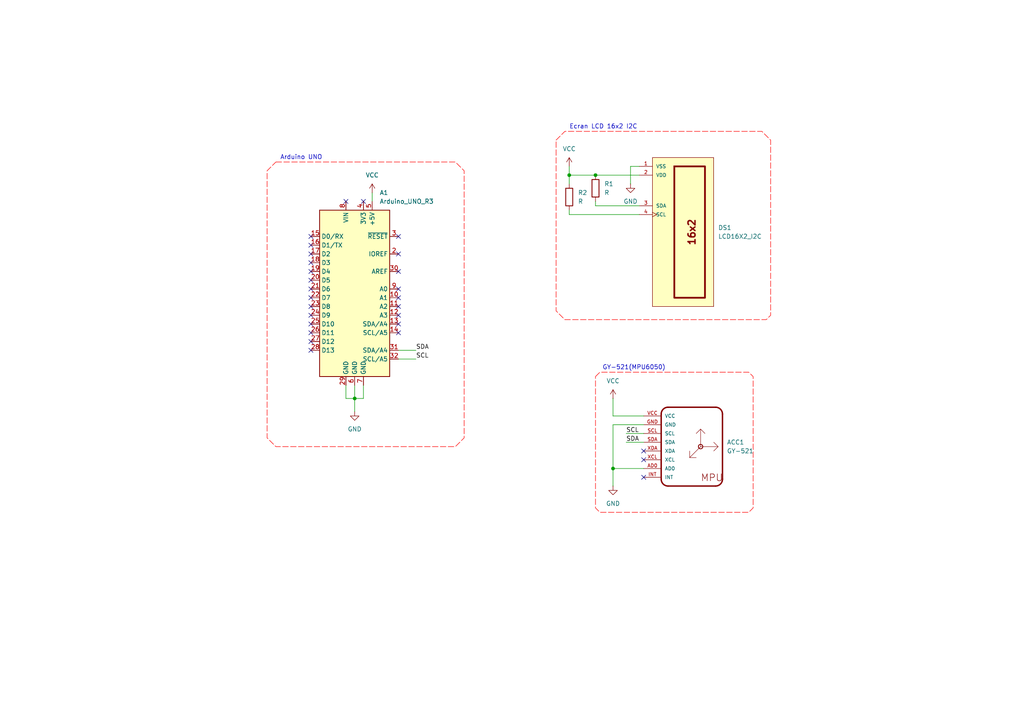
<source format=kicad_sch>
(kicad_sch (version 20250114) (generator "eeschema") (generator_version "9.0")
  (paper "A4")
  (title_block (title "Gyroscope & Accéléromètre") (date "06/06/2025") (company "UCAO-TECH") (comment 1 "Circuit électronique du test1 input") (comment 2 "TRC-2025"))
  (lib_symbols
    (symbol "Device:R" (pin_numbers (hide yes)) (pin_names (offset 0))
      (property "Reference" "R" (at 2.032 0 90))
      (property "Value" "R" (at 0 0 90))
      (symbol "R_0_1"
        (rectangle (start -1.016 -2.54) (end 1.016 2.54) (stroke (width 0.254)))
      )
      (symbol "R_1_1"
        (pin passive line (at 0 3.81 270) (length 1.27) (name "~") (number "1"))
        (pin passive line (at 0 -3.81 90) (length 1.27) (name "~") (number "2"))
      )
    )
    (symbol "GY-521:GY-521" (pin_names (offset 1.016))
      (property "Reference" "ACC" (at -9.652 11.938 0))
      (property "Value" "GY-521" (at 4.572 -11.938 0))
      (symbol "GY-521_0_0"
        (polyline (pts (xy -11.43 -9.43) (xy -11.43 9.43)) (stroke (width 0.4064)))
        (polyline (pts (xy -9.43 11.43) (xy 4.35 11.43)) (stroke (width 0.4064)))
        (arc (start -11.43 9.43) (mid -10.8442 10.8442) (end -9.43 11.43) (stroke (width 0.4064)))
        (arc (start -9.43 -11.43) (mid -10.8442 -10.8442) (end -11.43 -9.43) (stroke (width 0.4064)))
        (polyline (pts (xy -3.175 -3.175) (xy -3.175 -1.27)) (stroke (width 0.127)))
        (polyline (pts (xy -3.175 -3.175) (xy -1.27 -3.175)) (stroke (width 0.127)))
        (polyline (pts (xy 0 5.08) (xy -1.27 3.81)) (stroke (width 0.127)))
        (polyline (pts (xy 0 0) (xy -3.175 -3.175)) (stroke (width 0.127)))
        (polyline (pts (xy 0 0) (xy 0 5.08)) (stroke (width 0.127)))
        (polyline (pts (xy 0 0) (xy 5.08 0)) (stroke (width 0.127)))
        (circle (center 0 0) (radius 0.635) (stroke (width 0.254)))
        (polyline (pts (xy 1.27 3.81) (xy 0 5.08)) (stroke (width 0.127)))
        (polyline (pts (xy 3.81 1.27) (xy 5.08 0)) (stroke (width 0.127)))
        (arc (start 4.35 11.43) (mid 5.7642 10.8442) (end 6.35 9.43) (stroke (width 0.4064)))
        (arc (start 6.35 -9.43) (mid 5.7642 -10.8442) (end 4.35 -11.43) (stroke (width 0.4064)))
        (polyline (pts (xy 4.35 -11.43) (xy -9.43 -11.43)) (stroke (width 0.4064)))
        (polyline (pts (xy 5.08 0) (xy 3.81 -1.27)) (stroke (width 0.127)))
        (polyline (pts (xy 6.35 9.43) (xy 6.35 -9.43)) (stroke (width 0.4064)))
        (text "MPU" (at 0 -10.16 0) (effects (font (size 2 2)) (justify left bottom)))
        (pin power_in line (at -16.51 8.89 0) (length 5.08) (name "VCC") (number "VCC"))
        (pin power_in line (at -16.51 6.35 0) (length 5.08) (name "GND") (number "GND"))
        (pin bidirectional line (at -16.51 3.81 0) (length 5.08) (name "SCL") (number "SCL"))
        (pin bidirectional line (at -16.51 1.27 0) (length 5.08) (name "SDA") (number "SDA"))
        (pin bidirectional line (at -16.51 -1.27 0) (length 5.08) (name "XDA") (number "XDA"))
        (pin bidirectional line (at -16.51 -3.81 0) (length 5.08) (name "XCL") (number "XCL"))
        (pin bidirectional line (at -16.51 -6.35 0) (length 5.08) (name "AD0") (number "AD0"))
        (pin bidirectional line (at -16.51 -8.89 0) (length 5.08) (name "INT") (number "INT"))
      )
    )
    (symbol "MCU_Module:Arduino_UNO_R3"
      (property "Reference" "A" (at -10.16 23.495 0))
      (property "Value" "Arduino_UNO_R3" (at 5.08 -26.67 0))
      (symbol "Arduino_UNO_R3_0_1"
        (rectangle (start -10.16 22.86) (end 10.16 -25.4) (stroke (width 0.254)) (fill (type background)))
      )
      (symbol "Arduino_UNO_R3_1_1"
        (pin bidirectional line (at -12.7 15.24 0) (length 2.54) (name "D0/RX") (number "15"))
        (pin bidirectional line (at -12.7 12.7 0) (length 2.54) (name "D1/TX") (number "16"))
        (pin bidirectional line (at -12.7 10.16 0) (length 2.54) (name "D2") (number "17"))
        (pin bidirectional line (at -12.7 7.62 0) (length 2.54) (name "D3") (number "18"))
        (pin bidirectional line (at -12.7 5.08 0) (length 2.54) (name "D4") (number "19"))
        (pin bidirectional line (at -12.7 2.54 0) (length 2.54) (name "D5") (number "20"))
        (pin bidirectional line (at -12.7 0 0) (length 2.54) (name "D6") (number "21"))
        (pin bidirectional line (at -12.7 -2.54 0) (length 2.54) (name "D7") (number "22"))
        (pin bidirectional line (at -12.7 -5.08 0) (length 2.54) (name "D8") (number "23"))
        (pin bidirectional line (at -12.7 -7.62 0) (length 2.54) (name "D9") (number "24"))
        (pin bidirectional line (at -12.7 -10.16 0) (length 2.54) (name "D10") (number "25"))
        (pin bidirectional line (at -12.7 -12.7 0) (length 2.54) (name "D11") (number "26"))
        (pin bidirectional line (at -12.7 -15.24 0) (length 2.54) (name "D12") (number "27"))
        (pin bidirectional line (at -12.7 -17.78 0) (length 2.54) (name "D13") (number "28"))
        (pin no_connect line (at -10.16 -20.32 0) (length 2.54) (hide yes) (name "NC") (number "1"))
        (pin power_in line (at -2.54 25.4 270) (length 2.54) (name "VIN") (number "8"))
        (pin power_in line (at -2.54 -27.94 90) (length 2.54) (name "GND") (number "29"))
        (pin power_in line (at 0 -27.94 90) (length 2.54) (name "GND") (number "6"))
        (pin power_out line (at 2.54 25.4 270) (length 2.54) (name "3V3") (number "4"))
        (pin power_in line (at 2.54 -27.94 90) (length 2.54) (name "GND") (number "7"))
        (pin power_out line (at 5.08 25.4 270) (length 2.54) (name "+5V") (number "5"))
        (pin input line (at 12.7 15.24 180) (length 2.54) (name "~{RESET}") (number "3"))
        (pin output line (at 12.7 10.16 180) (length 2.54) (name "IOREF") (number "2"))
        (pin input line (at 12.7 5.08 180) (length 2.54) (name "AREF") (number "30"))
        (pin bidirectional line (at 12.7 0 180) (length 2.54) (name "A0") (number "9"))
        (pin bidirectional line (at 12.7 -2.54 180) (length 2.54) (name "A1") (number "10"))
        (pin bidirectional line (at 12.7 -5.08 180) (length 2.54) (name "A2") (number "11"))
        (pin bidirectional line (at 12.7 -7.62 180) (length 2.54) (name "A3") (number "12"))
        (pin bidirectional line (at 12.7 -10.16 180) (length 2.54) (name "SDA/A4") (number "13"))
        (pin bidirectional line (at 12.7 -12.7 180) (length 2.54) (name "SCL/A5") (number "14"))
        (pin bidirectional line (at 12.7 -17.78 180) (length 2.54) (name "SDA/A4") (number "31"))
        (pin bidirectional line (at 12.7 -20.32 180) (length 2.54) (name "SCL/A5") (number "32"))
      )
    )
    (symbol "lcd16x2_i2c:LCD16X2_I2C" (pin_names (offset 1.016))
      (property "Reference" "DS" (at -20.32 10.16 0))
      (property "Value" "LCD16X2_I2C" (at 17.78 10.16 0))
      (symbol "LCD16X2_I2C_0_0"
        (text "16x2" (at 0 2.54 0) (effects (font (size 2.032 2.032) (bold yes))))
      )
      (symbol "LCD16X2_I2C_0_1"
        (rectangle (start -21.59 8.89) (end 21.59 -8.89) (fill (type background)))
        (rectangle (start -19.05 6.35) (end 19.05 -2.54) (stroke (width 0.508)))
      )
      (symbol "LCD16X2_I2C_1_1"
        (pin power_in line (at -19.05 -12.7 90) (length 3.81) (name "VSS") (number "1"))
        (pin power_in line (at -16.51 -12.7 90) (length 3.81) (name "VDD") (number "2"))
        (pin bidirectional line (at -7.62 -12.7 90) (length 3.81) (name "SDA") (number "3"))
        (pin input clock (at -5.08 -12.7 90) (length 3.81) (name "SCL") (number "4"))
      )
    )
    (symbol "power:GND" (power) (pin_numbers (hide yes)) (pin_names (offset 0) (hide yes))
      (property "Value" "GND" (at 0 -3.81 0))
      (symbol "GND_0_1"
        (polyline (pts (xy 0 0) (xy 0 -1.27) (xy 1.27 -1.27) (xy 0 -2.54) (xy -1.27 -1.27) (xy 0 -1.27)))
      )
      (symbol "GND_1_1"
        (pin power_in line (at 0 0 270) (length 0) (name "~") (number "1"))
      )
    )
    (symbol "power:VCC" (power) (pin_numbers (hide yes)) (pin_names (offset 0) (hide yes))
      (property "Value" "VCC" (at 0 3.556 0))
      (symbol "VCC_0_1"
        (polyline (pts (xy -0.762 1.27) (xy 0 2.54)))
        (polyline (pts (xy 0 2.54) (xy 0.762 1.27)))
        (polyline (pts (xy 0 0) (xy 0 2.54)))
      )
      (symbol "VCC_1_1"
        (pin power_in line (at 0 0 90) (length 0) (name "~") (number "1"))
      )
    )
  )
  (text "GY-521(MPU6050)" (at 183.896 106.68 0) (effects (font (size 1.27 1.27))))
  (text "Arduino UNO" (at 87.376 45.72 0) (effects (font (size 1.27 1.27))))
  (text "Ecran LCD 16x2 I2C" (at 175.006 36.83 0) (effects (font (size 1.27 1.27))))
  (junction (at 165.1 50.8))
  (junction (at 172.72 50.8))
  (junction (at 102.87 115.57))
  (junction (at 177.8 135.89))
  (no_connect (at 186.69 133.35))
  (no_connect (at 90.17 81.28))
  (no_connect (at 115.57 93.98))
  (no_connect (at 115.57 91.44))
  (no_connect (at 115.57 88.9))
  (no_connect (at 90.17 78.74))
  (no_connect (at 90.17 101.6))
  (no_connect (at 90.17 71.12))
  (no_connect (at 115.57 78.74))
  (no_connect (at 90.17 86.36))
  (no_connect (at 100.33 58.42))
  (no_connect (at 90.17 99.06))
  (no_connect (at 90.17 91.44))
  (no_connect (at 90.17 76.2))
  (no_connect (at 115.57 68.58))
  (no_connect (at 90.17 96.52))
  (no_connect (at 90.17 73.66))
  (no_connect (at 115.57 96.52))
  (no_connect (at 186.69 130.81))
  (no_connect (at 90.17 93.98))
  (no_connect (at 105.41 58.42))
  (no_connect (at 186.69 138.43))
  (no_connect (at 115.57 86.36))
  (no_connect (at 90.17 68.58))
  (no_connect (at 90.17 83.82))
  (no_connect (at 115.57 83.82))
  (no_connect (at 90.17 88.9))
  (no_connect (at 115.57 73.66))
  (wire (pts (xy 165.1 50.8) (xy 172.72 50.8)))
  (wire (pts (xy 172.72 58.42) (xy 172.72 59.69)))
  (wire (pts (xy 181.61 125.73) (xy 186.69 125.73)))
  (wire (pts (xy 165.1 48.26) (xy 165.1 50.8)))
  (wire (pts (xy 177.8 135.89) (xy 186.69 135.89)))
  (wire (pts (xy 115.57 104.14) (xy 120.65 104.14)))
  (wire (pts (xy 177.8 115.57) (xy 177.8 120.65)))
  (wire (pts (xy 181.61 128.27) (xy 186.69 128.27)))
  (wire (pts (xy 100.33 111.76) (xy 100.33 115.57)))
  (wire (pts (xy 177.8 120.65) (xy 186.69 120.65)))
  (wire (pts (xy 105.41 115.57) (xy 102.87 115.57)))
  (wire (pts (xy 165.1 53.34) (xy 165.1 50.8)))
  (wire (pts (xy 102.87 115.57) (xy 102.87 119.38)))
  (wire (pts (xy 185.42 48.26) (xy 182.88 48.26)))
  (wire (pts (xy 172.72 50.8) (xy 185.42 50.8)))
  (wire (pts (xy 105.41 111.76) (xy 105.41 115.57)))
  (wire (pts (xy 177.8 135.89) (xy 177.8 140.97)))
  (wire (pts (xy 177.8 123.19) (xy 177.8 135.89)))
  (wire (pts (xy 172.72 59.69) (xy 185.42 59.69)))
  (wire (pts (xy 100.33 115.57) (xy 102.87 115.57)))
  (wire (pts (xy 107.95 55.88) (xy 107.95 58.42)))
  (wire (pts (xy 165.1 62.23) (xy 185.42 62.23)))
  (wire (pts (xy 186.69 123.19) (xy 177.8 123.19)))
  (wire (pts (xy 115.57 101.6) (xy 120.65 101.6)))
  (wire (pts (xy 102.87 115.57) (xy 102.87 111.76)))
  (wire (pts (xy 182.88 48.26) (xy 182.88 53.34)))
  (wire (pts (xy 165.1 60.96) (xy 165.1 62.23)))
  (label "SDA" (at 120.65 101.6 0))
  (label "SCL" (at 120.65 104.14 0))
  (label "SDA" (at 181.61 128.27 0))
  (label "SCL" (at 181.61 125.73 0))
  (rule_area (polyline (pts (xy 80.01 46.99) (xy 132.08 46.99) (xy 134.62 49.53) (xy 134.62 127) (xy 132.08 129.54) (xy 80.01 129.54) (xy 77.47 127) (xy 77.47 49.53)) (stroke (width 0) (type dash))))
  (rule_area (polyline (pts (xy 172.72 109.22) (xy 173.99 107.95) (xy 217.17 107.95) (xy 218.44 109.22) (xy 218.44 147.32) (xy 217.17 148.59) (xy 173.99 148.59) (xy 172.72 147.32)) (stroke (width 0) (type dash))))
  (rule_area (polyline (pts (xy 161.29 40.64) (xy 163.83 38.1) (xy 220.98 38.1) (xy 223.52 40.64) (xy 223.52 91.44) (xy 222.25 92.71) (xy 163.83 92.71) (xy 161.29 90.17)) (stroke (width 0) (type dash))))
  (symbol (lib_id "power:GND") (at 182.88 53.34 0) (unit 1)
    (property "Reference" "#PWR07" (effects (hide yes)))
    (property "Value" "GND" (at 182.88 58.42 0))
    (property "Description" "Power symbol creates a global label with name \"GND\" , ground" (effects (hide yes)))
  )
  (symbol (lib_id "power:VCC") (at 177.8 115.57 0) (unit 1)
    (property "Reference" "#PWR05" (effects (hide yes)))
    (property "Value" "VCC" (at 177.8 110.49 0))
    (property "Description" "Power symbol creates a global label with name \"VCC\"" (effects (hide yes)))
  )
  (symbol (lib_id "Device:R") (at 165.1 57.15 0) (unit 1)
    (property "Reference" "R2" (at 167.64 55.8799 0) (effects (justify left)))
    (property "Value" "R" (at 167.64 58.4199 0) (effects (justify left)))
    (property "Footprint" "Resistor_THT:R_Axial_DIN0411_L9.9mm_D3.6mm_P20.32mm_Horizontal" (effects (hide yes)))
    (property "Description" "Resistor" (effects (hide yes)))
  )
  (symbol (lib_id "GY-521:GY-521") (at 203.2 129.54 0) (unit 1)
    (property "Reference" "ACC1" (at 210.82 128.2699 0) (effects (justify left)))
    (property "Value" "GY-521" (at 210.82 130.8099 0) (effects (justify left)))
    (property "Footprint" "GY-521:GY-521" (effects (hide yes)))
    (property "MF" "GODREAM FORDREAM CO., LIMITED" (effects (hide yes)))
    (property "Description_1" "Accéléromètre à trois axes, gyroscope, breakout" (effects (hide yes)))
    (property "Package" "Package" (effects (hide yes)))
    (property "Price" "None" (effects (hide yes)))
    (property "SnapEDA_Link" "https://www.snapeda.com/parts/GY-521/GODREAM+FORDREAM+CO.%252C+LIMITED/view-part/?ref=snap" (effects (hide yes)))
    (property "MP" "GY-521" (effects (hide yes)))
    (property "Availability" "Not in stock" (effects (hide yes)))
    (property "Check_prices" "https://www.snapeda.com/parts/GY-521/GODREAM+FORDREAM+CO.%252C+LIMITED/view-part/?ref=eda" (effects (hide yes)))
  )
  (symbol (lib_id "power:GND") (at 102.87 119.38 0) (unit 1)
    (property "Reference" "#PWR03" (effects (hide yes)))
    (property "Value" "GND" (at 102.87 124.46 0))
    (property "Description" "Power symbol creates a global label with name \"GND\" , ground" (effects (hide yes)))
  )
  (symbol (lib_id "lcd16x2_i2c:LCD16X2_I2C") (at 198.12 67.31 270) (unit 1)
    (property "Reference" "DS1" (at 208.28 66.0399 90) (effects (justify left)))
    (property "Value" "LCD16X2_I2C" (at 208.28 68.5799 90) (effects (justify left)))
    (property "Footprint" "LCD-16X2:MODULE_LCD-16X2" (effects (hide yes)))
  )
  (symbol (lib_id "power:VCC") (at 165.1 48.26 0) (unit 1)
    (property "Reference" "#PWR06" (effects (hide yes)))
    (property "Value" "VCC" (at 165.1 43.18 0))
    (property "Description" "Power symbol creates a global label with name \"VCC\"" (effects (hide yes)))
  )
  (symbol (lib_id "power:GND") (at 177.8 140.97 0) (unit 1)
    (property "Reference" "#PWR01" (effects (hide yes)))
    (property "Value" "GND" (at 177.8 146.05 0))
    (property "Description" "Power symbol creates a global label with name \"GND\" , ground" (effects (hide yes)))
  )
  (symbol (lib_id "MCU_Module:Arduino_UNO_R3") (at 102.87 83.82 0) (unit 1)
    (property "Reference" "A1" (at 110.0933 55.88 0) (effects (justify left)))
    (property "Value" "Arduino_UNO_R3" (at 110.0933 58.42 0) (effects (justify left)))
    (property "Footprint" "Module:Arduino_UNO_R3" (effects (hide yes)))
    (property "Datasheet" "https://www.arduino.cc/en/Main/arduinoBoardUno" (effects (hide yes)))
    (property "Description" "Arduino UNO Microcontroller Module, release 3" (effects (hide yes)))
  )
  (symbol (lib_id "power:VCC") (at 107.95 55.88 0) (unit 1)
    (property "Reference" "#PWR04" (effects (hide yes)))
    (property "Value" "VCC" (at 107.95 50.8 0))
    (property "Description" "Power symbol creates a global label with name \"VCC\"" (effects (hide yes)))
  )
  (symbol (lib_id "Device:R") (at 172.72 54.61 0) (unit 1)
    (property "Reference" "R1" (at 175.26 53.3399 0) (effects (justify left)))
    (property "Value" "R" (at 175.26 55.8799 0) (effects (justify left)))
    (property "Footprint" "Resistor_THT:R_Axial_DIN0411_L9.9mm_D3.6mm_P20.32mm_Horizontal" (effects (hide yes)))
    (property "Description" "Resistor" (effects (hide yes)))
  )
)
</source>
